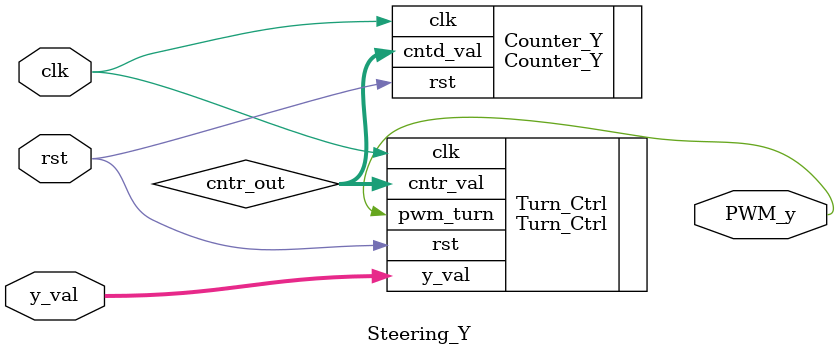
<source format=sv>
`timescale 1ns / 1ps


module Steering_Y(
    input clk,
    input rst,
    input logic [9:0] y_val,
    output PWM_y
    );

    wire [11:0] cntr_out;


    Turn_Ctrl Turn_Ctrl(
    .clk(clk),
    .rst(rst),
    .cntr_val(cntr_out),
    .y_val(y_val),
    .pwm_turn(PWM_y)
    );

    Counter_Y Counter_Y(
    .clk(clk),
    .rst(rst),
    .cntd_val(cntr_out)
    );


endmodule

</source>
